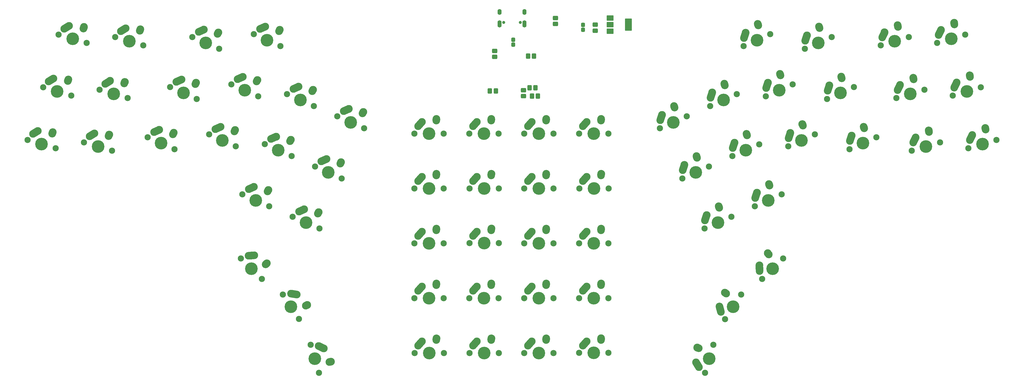
<source format=gbr>
%TF.GenerationSoftware,KiCad,Pcbnew,(5.99.0-9650-gad505e29c0)*%
%TF.CreationDate,2021-03-24T14:31:16-04:00*%
%TF.ProjectId,Hangulator,48616e67-756c-4617-946f-722e6b696361,rev?*%
%TF.SameCoordinates,Original*%
%TF.FileFunction,Soldermask,Bot*%
%TF.FilePolarity,Negative*%
%FSLAX46Y46*%
G04 Gerber Fmt 4.6, Leading zero omitted, Abs format (unit mm)*
G04 Created by KiCad (PCBNEW (5.99.0-9650-gad505e29c0)) date 2021-03-24 14:31:16*
%MOMM*%
%LPD*%
G01*
G04 APERTURE LIST*
G04 Aperture macros list*
%AMRoundRect*
0 Rectangle with rounded corners*
0 $1 Rounding radius*
0 $2 $3 $4 $5 $6 $7 $8 $9 X,Y pos of 4 corners*
0 Add a 4 corners polygon primitive as box body*
4,1,4,$2,$3,$4,$5,$6,$7,$8,$9,$2,$3,0*
0 Add four circle primitives for the rounded corners*
1,1,$1+$1,$2,$3*
1,1,$1+$1,$4,$5*
1,1,$1+$1,$6,$7*
1,1,$1+$1,$8,$9*
0 Add four rect primitives between the rounded corners*
20,1,$1+$1,$2,$3,$4,$5,0*
20,1,$1+$1,$4,$5,$6,$7,0*
20,1,$1+$1,$6,$7,$8,$9,0*
20,1,$1+$1,$8,$9,$2,$3,0*%
%AMHorizOval*
0 Thick line with rounded ends*
0 $1 width*
0 $2 $3 position (X,Y) of the first rounded end (center of the circle)*
0 $4 $5 position (X,Y) of the second rounded end (center of the circle)*
0 Add line between two ends*
20,1,$1,$2,$3,$4,$5,0*
0 Add two circle primitives to create the rounded ends*
1,1,$1,$2,$3*
1,1,$1,$4,$5*%
G04 Aperture macros list end*
%ADD10C,2.150000*%
%ADD11C,2.650000*%
%ADD12C,4.387800*%
%ADD13HorizOval,2.650000X0.655001X0.730000X-0.655001X-0.730000X0*%
%ADD14HorizOval,2.650000X0.020000X0.290000X-0.020000X-0.290000X0*%
%ADD15HorizOval,2.650000X0.420851X0.885895X-0.420851X-0.885895X0*%
%ADD16HorizOval,2.650000X-0.063138X0.283749X0.063138X-0.283749X0*%
%ADD17HorizOval,2.650000X0.301618X0.933248X-0.301618X-0.933248X0*%
%ADD18HorizOval,2.650000X-0.099635X0.273080X0.099635X-0.273080X0*%
%ADD19HorizOval,2.650000X-0.035933X0.980120X0.035933X-0.980120X0*%
%ADD20HorizOval,2.650000X-0.187064X0.222502X0.187064X-0.222502X0*%
%ADD21HorizOval,2.650000X-0.256647X0.946603X0.256647X-0.946603X0*%
%ADD22HorizOval,2.650000X-0.232535X0.174435X0.232535X-0.174435X0*%
%ADD23HorizOval,2.650000X-0.513616X0.835538X0.513616X-0.835538X0*%
%ADD24HorizOval,2.650000X-0.272342X0.101636X0.272342X-0.101636X0*%
%ADD25HorizOval,2.650000X0.886115X-0.420387X-0.886115X0.420387X0*%
%ADD26HorizOval,2.650000X0.283716X0.063287X-0.283716X-0.063287X0*%
%ADD27HorizOval,2.650000X0.895221X0.400632X-0.895221X-0.400632X0*%
%ADD28HorizOval,2.650000X0.136180X0.256817X-0.136180X-0.256817X0*%
%ADD29HorizOval,2.650000X0.968782X-0.152927X-0.968782X0.152927X0*%
%ADD30HorizOval,2.650000X0.254280X0.140861X-0.254280X-0.140861X0*%
%ADD31HorizOval,2.650000X0.978268X0.070116X-0.978268X-0.070116X0*%
%ADD32HorizOval,2.650000X0.215838X0.194715X-0.215838X-0.194715X0*%
%ADD33HorizOval,2.650000X0.835269X0.514054X-0.835269X-0.514054X0*%
%ADD34HorizOval,2.650000X0.101493X0.272395X-0.101493X-0.272395X0*%
%ADD35C,1.050000*%
%ADD36O,1.400000X2.000000*%
%ADD37O,1.400000X2.500000*%
%ADD38RoundRect,0.335106X-0.589894X0.452394X-0.589894X-0.452394X0.589894X-0.452394X0.589894X0.452394X0*%
%ADD39RoundRect,0.335106X0.452394X0.589894X-0.452394X0.589894X-0.452394X-0.589894X0.452394X-0.589894X0*%
%ADD40RoundRect,0.337500X0.337500X-0.400000X0.337500X0.400000X-0.337500X0.400000X-0.337500X-0.400000X0*%
%ADD41RoundRect,0.335106X-0.452394X-0.589894X0.452394X-0.589894X0.452394X0.589894X-0.452394X0.589894X0*%
%ADD42RoundRect,0.200000X-1.000000X-0.750000X1.000000X-0.750000X1.000000X0.750000X-1.000000X0.750000X0*%
%ADD43RoundRect,0.200000X-1.000000X-1.900000X1.000000X-1.900000X1.000000X1.900000X-1.000000X1.900000X0*%
%ADD44RoundRect,0.335106X0.589894X-0.452394X0.589894X0.452394X-0.589894X0.452394X-0.589894X-0.452394X0*%
G04 APERTURE END LIST*
D10*
%TO.C,MX62*%
X325480000Y-270990000D03*
X315320000Y-270990000D03*
D11*
X317900000Y-266990000D03*
D12*
X320400000Y-270990000D03*
D13*
X317245001Y-267720000D03*
D11*
X322940000Y-265910000D03*
D14*
X322920000Y-266200000D03*
%TD*%
D10*
%TO.C,MX61*%
X325480000Y-251950000D03*
X315320000Y-251950000D03*
D11*
X317900000Y-247950000D03*
D12*
X320400000Y-251950000D03*
D13*
X317245001Y-248680000D03*
D11*
X322940000Y-246870000D03*
D14*
X322920000Y-247160000D03*
%TD*%
D10*
%TO.C,MX60*%
X325490000Y-232900000D03*
X315330000Y-232900000D03*
D11*
X317910000Y-228900000D03*
D12*
X320410000Y-232900000D03*
D13*
X317255001Y-229630000D03*
D11*
X322950000Y-227820000D03*
D14*
X322930000Y-228110000D03*
%TD*%
D10*
%TO.C,MX59*%
X325500000Y-213850000D03*
X315340000Y-213850000D03*
D11*
X317920000Y-209850000D03*
D12*
X320420000Y-213850000D03*
D13*
X317265001Y-210580000D03*
D11*
X322960000Y-208770000D03*
D14*
X322940000Y-209060000D03*
%TD*%
D10*
%TO.C,MX58*%
X325490000Y-194800000D03*
X315330000Y-194800000D03*
D11*
X317910000Y-190800000D03*
D12*
X320410000Y-194800000D03*
D13*
X317255001Y-191530000D03*
D11*
X322950000Y-189720000D03*
D14*
X322930000Y-190010000D03*
%TD*%
D10*
%TO.C,MX57*%
X306440000Y-271000000D03*
X296280000Y-271000000D03*
D11*
X298860000Y-267000000D03*
D12*
X301360000Y-271000000D03*
D13*
X298205001Y-267730000D03*
D11*
X303900000Y-265920000D03*
D14*
X303880000Y-266210000D03*
%TD*%
D10*
%TO.C,MX56*%
X306440000Y-251950000D03*
X296280000Y-251950000D03*
D11*
X298860000Y-247950000D03*
D12*
X301360000Y-251950000D03*
D13*
X298205001Y-248680000D03*
D11*
X303900000Y-246870000D03*
D14*
X303880000Y-247160000D03*
%TD*%
D10*
%TO.C,MX55*%
X306440000Y-232900000D03*
X296280000Y-232900000D03*
D11*
X298860000Y-228900000D03*
D12*
X301360000Y-232900000D03*
D13*
X298205001Y-229630000D03*
D11*
X303900000Y-227820000D03*
D14*
X303880000Y-228110000D03*
%TD*%
D10*
%TO.C,MX54*%
X306440000Y-213850000D03*
X296280000Y-213850000D03*
D11*
X298860000Y-209850000D03*
D12*
X301360000Y-213850000D03*
D13*
X298205001Y-210580000D03*
D11*
X303900000Y-208770000D03*
D14*
X303880000Y-209060000D03*
%TD*%
D10*
%TO.C,MX53*%
X306430000Y-194800000D03*
X296270000Y-194800000D03*
D11*
X298850000Y-190800000D03*
D12*
X301350000Y-194800000D03*
D13*
X298195001Y-191530000D03*
D11*
X303890000Y-189720000D03*
D14*
X303870000Y-190010000D03*
%TD*%
D10*
%TO.C,MX52*%
X287400000Y-271000000D03*
X277240000Y-271000000D03*
D11*
X279820000Y-267000000D03*
D12*
X282320000Y-271000000D03*
D13*
X279165001Y-267730000D03*
D11*
X284860000Y-265920000D03*
D14*
X284840000Y-266210000D03*
%TD*%
D10*
%TO.C,MX51*%
X287390000Y-251950000D03*
X277230000Y-251950000D03*
D11*
X279810000Y-247950000D03*
D12*
X282310000Y-251950000D03*
D13*
X279155001Y-248680000D03*
D11*
X284850000Y-246870000D03*
D14*
X284830000Y-247160000D03*
%TD*%
D10*
%TO.C,MX50*%
X287400000Y-232890000D03*
X277240000Y-232890000D03*
D11*
X279820000Y-228890000D03*
D12*
X282320000Y-232890000D03*
D13*
X279165001Y-229620000D03*
D11*
X284860000Y-227810000D03*
D14*
X284840000Y-228100000D03*
%TD*%
D10*
%TO.C,MX49*%
X287400000Y-213850000D03*
X277240000Y-213850000D03*
D11*
X279820000Y-209850000D03*
D12*
X282320000Y-213850000D03*
D13*
X279165001Y-210580000D03*
D11*
X284860000Y-208770000D03*
D14*
X284840000Y-209060000D03*
%TD*%
D10*
%TO.C,MX48*%
X287390000Y-194800000D03*
X277230000Y-194800000D03*
D11*
X279810000Y-190800000D03*
D12*
X282310000Y-194800000D03*
D13*
X279155001Y-191530000D03*
D11*
X284850000Y-189720000D03*
D14*
X284830000Y-190010000D03*
%TD*%
D10*
%TO.C,MX47*%
X268350000Y-271000000D03*
X258190000Y-271000000D03*
D11*
X260770000Y-267000000D03*
D12*
X263270000Y-271000000D03*
D13*
X260115001Y-267730000D03*
D11*
X265810000Y-265920000D03*
D14*
X265790000Y-266210000D03*
%TD*%
D10*
%TO.C,MX46*%
X268340000Y-251950000D03*
X258180000Y-251950000D03*
D11*
X260760000Y-247950000D03*
D12*
X263260000Y-251950000D03*
D13*
X260105001Y-248680000D03*
D11*
X265800000Y-246870000D03*
D14*
X265780000Y-247160000D03*
%TD*%
D10*
%TO.C,MX45*%
X268340000Y-232910000D03*
X258180000Y-232910000D03*
D11*
X260760000Y-228910000D03*
D12*
X263260000Y-232910000D03*
D13*
X260105001Y-229640000D03*
D11*
X265800000Y-227830000D03*
D14*
X265780000Y-228120000D03*
%TD*%
D10*
%TO.C,MX44*%
X268340000Y-213850000D03*
X258180000Y-213850000D03*
D11*
X260760000Y-209850000D03*
D12*
X263260000Y-213850000D03*
D13*
X260105001Y-210580000D03*
D11*
X265800000Y-208770000D03*
D14*
X265780000Y-209060000D03*
%TD*%
D10*
%TO.C,MX43*%
X268340000Y-194800000D03*
X258180000Y-194800000D03*
D11*
X260760000Y-190800000D03*
D12*
X263260000Y-194800000D03*
D13*
X260105001Y-191530000D03*
D11*
X265800000Y-189720000D03*
D14*
X265780000Y-190010000D03*
%TD*%
D10*
%TO.C,MX42*%
X460091056Y-197028052D03*
X450348944Y-199911948D03*
D11*
X451687435Y-195344143D03*
D12*
X455220000Y-198470000D03*
D15*
X451266585Y-196230038D03*
D11*
X456213580Y-192877970D03*
D16*
X456276719Y-193161719D03*
%TD*%
D10*
%TO.C,MX41*%
X454681056Y-178758052D03*
X444938944Y-181641948D03*
D11*
X446277435Y-177074143D03*
D12*
X449810000Y-180200000D03*
D15*
X445856585Y-177960038D03*
D11*
X450803580Y-174607970D03*
D16*
X450866719Y-174891719D03*
%TD*%
D10*
%TO.C,MX40*%
X449271056Y-160498052D03*
X439528944Y-163381948D03*
D11*
X440867435Y-158814143D03*
D12*
X444400000Y-161940000D03*
D15*
X440446585Y-159700038D03*
D11*
X445393580Y-156347970D03*
D16*
X445456719Y-156631719D03*
%TD*%
D10*
%TO.C,MX39*%
X440471056Y-197858052D03*
X430728944Y-200741948D03*
D11*
X432067435Y-196174143D03*
D12*
X435600000Y-199300000D03*
D15*
X431646585Y-197060038D03*
D11*
X436593580Y-193707970D03*
D16*
X436656719Y-193991719D03*
%TD*%
D10*
%TO.C,MX38*%
X435061056Y-179598052D03*
X425318944Y-182481948D03*
D11*
X426657435Y-177914143D03*
D12*
X430190000Y-181040000D03*
D15*
X426236585Y-178800038D03*
D11*
X431183580Y-175447970D03*
D16*
X431246719Y-175731719D03*
%TD*%
D10*
%TO.C,MX37*%
X429651056Y-161338052D03*
X419908944Y-164221948D03*
D11*
X421247435Y-159654143D03*
D12*
X424780000Y-162780000D03*
D15*
X420826585Y-160540038D03*
D11*
X425773580Y-157187970D03*
D16*
X425836719Y-157471719D03*
%TD*%
D10*
%TO.C,MX36*%
X418391171Y-196084588D03*
X409108829Y-200215412D03*
D11*
X409839650Y-195511977D03*
D12*
X413750000Y-198150000D03*
D17*
X409538033Y-196445225D03*
D11*
X414005174Y-192476122D03*
D18*
X414104809Y-192749203D03*
%TD*%
D10*
%TO.C,MX35*%
X410631171Y-178674588D03*
X401348829Y-182805412D03*
D11*
X402079650Y-178101977D03*
D12*
X405990000Y-180740000D03*
D17*
X401778033Y-179035225D03*
D11*
X406245174Y-175066122D03*
D18*
X406344809Y-175339203D03*
%TD*%
D10*
%TO.C,MX34*%
X402901171Y-161274588D03*
X393618829Y-165405412D03*
D11*
X394349650Y-160701977D03*
D12*
X398260000Y-163340000D03*
D17*
X394048033Y-161635225D03*
D11*
X398515174Y-157666122D03*
D18*
X398614809Y-157939203D03*
%TD*%
D10*
%TO.C,MX33*%
X386074246Y-238211135D03*
X378765754Y-245268865D03*
D11*
X377843017Y-240599287D03*
D12*
X382420000Y-241740000D03*
D19*
X377878950Y-241579405D03*
D11*
X380718259Y-236321322D03*
D20*
X380905323Y-236543823D03*
%TD*%
D10*
%TO.C,MX32*%
X397101171Y-195124588D03*
X387818829Y-199255412D03*
D11*
X388549650Y-194551977D03*
D12*
X392460000Y-197190000D03*
D17*
X388248033Y-195485225D03*
D11*
X392715174Y-191516122D03*
D18*
X392814809Y-191789203D03*
%TD*%
D10*
%TO.C,MX31*%
X389361171Y-177724588D03*
X380078829Y-181855412D03*
D11*
X380809650Y-177151977D03*
D12*
X384720000Y-179790000D03*
D17*
X380508033Y-178085225D03*
D11*
X384975174Y-174116122D03*
D18*
X385074809Y-174389203D03*
%TD*%
D10*
%TO.C,MX30*%
X381621171Y-160324588D03*
X372338829Y-164455412D03*
D11*
X373069650Y-159751977D03*
D12*
X376980000Y-162390000D03*
D17*
X372768033Y-160685225D03*
D11*
X377235174Y-156716122D03*
D18*
X377334809Y-156989203D03*
%TD*%
D10*
%TO.C,MX29*%
X371471559Y-250706176D03*
X365948441Y-259233824D03*
D11*
X363993624Y-254893882D03*
D12*
X368710000Y-254970000D03*
D21*
X364250272Y-255840485D03*
D11*
X365826956Y-250076529D03*
D22*
X366059491Y-250250964D03*
%TD*%
D10*
%TO.C,MX28*%
X385521171Y-215934588D03*
X376238829Y-220065412D03*
D11*
X376969650Y-215361977D03*
D12*
X380880000Y-218000000D03*
D17*
X376668033Y-216295225D03*
D11*
X381135174Y-212326122D03*
D18*
X381234809Y-212599203D03*
%TD*%
D10*
%TO.C,MX27*%
X377771171Y-198524588D03*
X368488829Y-202655412D03*
D11*
X369219650Y-197951977D03*
D12*
X373130000Y-200590000D03*
D17*
X368918033Y-198885225D03*
D11*
X373385174Y-194916122D03*
D18*
X373484809Y-195189203D03*
%TD*%
D10*
%TO.C,MX26*%
X370011171Y-181114588D03*
X360728829Y-185245412D03*
D11*
X361459650Y-180541977D03*
D12*
X365370000Y-183180000D03*
D17*
X361158033Y-181475225D03*
D11*
X365625174Y-177506122D03*
D18*
X365724809Y-177779203D03*
%TD*%
D10*
%TO.C,MX25*%
X361854498Y-268129700D03*
X358965502Y-277870300D03*
D11*
X355864243Y-274259401D03*
D12*
X360410000Y-273000000D03*
D23*
X356377860Y-275094938D03*
D11*
X356261949Y-269120352D03*
D24*
X356534291Y-269221988D03*
%TD*%
D10*
%TO.C,MX24*%
X368101171Y-223674588D03*
X358818829Y-227805412D03*
D11*
X359549650Y-223101977D03*
D12*
X363460000Y-225740000D03*
D17*
X359248033Y-224035225D03*
D11*
X363715174Y-220066122D03*
D18*
X363814809Y-220339203D03*
%TD*%
D10*
%TO.C,MX23*%
X360361171Y-206264588D03*
X351078829Y-210395412D03*
D11*
X351809650Y-205691977D03*
D12*
X355720000Y-208330000D03*
D17*
X351508033Y-206625225D03*
D11*
X355975174Y-202656122D03*
D18*
X356074809Y-202929203D03*
%TD*%
D10*
%TO.C,MX22*%
X352621171Y-188864588D03*
X343338829Y-192995412D03*
D11*
X344069650Y-188291977D03*
D12*
X347980000Y-190930000D03*
D17*
X343768033Y-189225225D03*
D11*
X348235174Y-185256122D03*
D18*
X348334809Y-185529203D03*
%TD*%
D10*
%TO.C,MX21*%
X225034498Y-277870300D03*
X222145502Y-268129700D03*
D11*
X226714007Y-269465799D03*
D12*
X223590000Y-273000000D03*
D25*
X225827892Y-269045413D03*
D11*
X229182549Y-273990652D03*
D26*
X228898833Y-274053939D03*
%TD*%
D10*
%TO.C,MX20*%
X225181171Y-227805412D03*
X215898829Y-223674588D03*
D11*
X219882268Y-221069091D03*
D12*
X220540000Y-225740000D03*
D27*
X218987048Y-221469723D03*
D11*
X224925998Y-222131535D03*
D28*
X224789818Y-222388352D03*
%TD*%
D10*
%TO.C,MX19*%
X232931171Y-210395412D03*
X223648829Y-206264588D03*
D11*
X227632268Y-203659091D03*
D12*
X228290000Y-208330000D03*
D27*
X226737048Y-204059723D03*
D11*
X232675998Y-204721535D03*
D28*
X232539818Y-204978352D03*
%TD*%
D10*
%TO.C,MX18*%
X240671171Y-192995412D03*
X231388829Y-188864588D03*
D11*
X235372268Y-186259091D03*
D12*
X236030000Y-190930000D03*
D27*
X234477048Y-186659723D03*
D11*
X240415998Y-187321535D03*
D28*
X240279818Y-187578352D03*
%TD*%
D10*
%TO.C,MX17*%
X218051559Y-259223824D03*
X212528441Y-250696176D03*
D11*
X217288306Y-250687206D03*
D12*
X215290000Y-254960000D03*
D29*
X216319524Y-250534280D03*
D11*
X220934603Y-254330353D03*
D30*
X220680324Y-254471214D03*
%TD*%
D10*
%TO.C,MX16*%
X207761171Y-220065412D03*
X198478829Y-215934588D03*
D11*
X202462268Y-213329091D03*
D12*
X203120000Y-218000000D03*
D27*
X201567048Y-213729723D03*
D11*
X207505998Y-214391535D03*
D28*
X207369818Y-214648352D03*
%TD*%
D10*
%TO.C,MX15*%
X215511171Y-202645412D03*
X206228829Y-198514588D03*
D11*
X210212268Y-195909091D03*
D12*
X210870000Y-200580000D03*
D27*
X209317048Y-196309723D03*
D11*
X215255998Y-196971535D03*
D28*
X215119818Y-197228352D03*
%TD*%
D10*
%TO.C,MX14*%
X223251171Y-185245412D03*
X213968829Y-181114588D03*
D11*
X217952268Y-178509091D03*
D12*
X218610000Y-183180000D03*
D27*
X217057048Y-178909723D03*
D11*
X222995998Y-179571535D03*
D28*
X222859818Y-179828352D03*
%TD*%
D10*
%TO.C,MX13*%
X205234246Y-245258865D03*
X197925754Y-238201135D03*
D11*
X202560284Y-237115995D03*
D12*
X201580000Y-241730000D03*
D31*
X201582016Y-237186113D03*
D11*
X206935988Y-239840186D03*
D32*
X206720150Y-240034902D03*
%TD*%
D10*
%TO.C,MX12*%
X196181171Y-199245412D03*
X186898829Y-195114588D03*
D11*
X190882268Y-192509091D03*
D12*
X191540000Y-197180000D03*
D27*
X189987048Y-192909723D03*
D11*
X195925998Y-193571535D03*
D28*
X195789818Y-193828352D03*
%TD*%
D10*
%TO.C,MX11*%
X203921171Y-181855412D03*
X194638829Y-177724588D03*
D11*
X198622268Y-175119091D03*
D12*
X199280000Y-179790000D03*
D27*
X197727048Y-175519723D03*
D11*
X203665998Y-176181535D03*
D28*
X203529818Y-176438352D03*
%TD*%
D10*
%TO.C,MX10*%
X211671171Y-164445412D03*
X202388829Y-160314588D03*
D11*
X206372268Y-157709091D03*
D12*
X207030000Y-162380000D03*
D27*
X205477048Y-158109723D03*
D11*
X211415998Y-158771535D03*
D28*
X211279818Y-159028352D03*
%TD*%
D10*
%TO.C,MX9*%
X174911171Y-200215412D03*
X165628829Y-196084588D03*
D11*
X169612268Y-193479091D03*
D12*
X170270000Y-198150000D03*
D27*
X168717048Y-193879723D03*
D11*
X174655998Y-194541535D03*
D28*
X174519818Y-194798352D03*
%TD*%
D10*
%TO.C,MX8*%
X182651171Y-182805412D03*
X173368829Y-178674588D03*
D11*
X177352268Y-176069091D03*
D12*
X178010000Y-180740000D03*
D27*
X176457048Y-176469723D03*
D11*
X182395998Y-177131535D03*
D28*
X182259818Y-177388352D03*
%TD*%
D10*
%TO.C,MX7*%
X190391171Y-165405412D03*
X181108829Y-161274588D03*
D11*
X185092268Y-158669091D03*
D12*
X185750000Y-163340000D03*
D27*
X184197048Y-159069723D03*
D11*
X190135998Y-159731535D03*
D28*
X189999818Y-159988352D03*
%TD*%
D10*
%TO.C,MX6*%
X153271056Y-200751948D03*
X143528944Y-197868052D03*
D11*
X147138219Y-194764903D03*
D12*
X148400000Y-199310000D03*
D33*
X146302951Y-195278957D03*
D11*
X152277476Y-195159918D03*
D34*
X152175982Y-195432313D03*
%TD*%
D10*
%TO.C,MX5*%
X158681056Y-182491948D03*
X148938944Y-179608052D03*
D11*
X152548219Y-176504903D03*
D12*
X153810000Y-181050000D03*
D33*
X151712951Y-177018957D03*
D11*
X157687476Y-176899918D03*
D34*
X157585982Y-177172313D03*
%TD*%
D10*
%TO.C,MX4*%
X164091056Y-164211948D03*
X154348944Y-161328052D03*
D11*
X157958219Y-158224903D03*
D12*
X159220000Y-162770000D03*
D33*
X157122951Y-158738957D03*
D11*
X163097476Y-158619918D03*
D34*
X162995982Y-158892313D03*
%TD*%
D10*
%TO.C,MX3*%
X133651056Y-199911948D03*
X123908944Y-197028052D03*
D11*
X127518219Y-193924903D03*
D12*
X128780000Y-198470000D03*
D33*
X126682951Y-194438957D03*
D11*
X132657476Y-194319918D03*
D34*
X132555982Y-194592313D03*
%TD*%
D10*
%TO.C,MX2*%
X139061056Y-181651948D03*
X129318944Y-178768052D03*
D11*
X132928219Y-175664903D03*
D12*
X134190000Y-180210000D03*
D33*
X132092951Y-176178957D03*
D11*
X138067476Y-176059918D03*
D34*
X137965982Y-176332313D03*
%TD*%
D10*
%TO.C,MX1*%
X144471056Y-163371948D03*
X134728944Y-160488052D03*
D11*
X138338219Y-157384903D03*
D12*
X139600000Y-161930000D03*
D33*
X137502951Y-157898957D03*
D11*
X143477476Y-157779918D03*
D34*
X143375982Y-158052313D03*
%TD*%
D35*
%TO.C,USB1*%
X294890000Y-156250000D03*
X289110000Y-156250000D03*
D36*
X296320000Y-152600000D03*
X287680000Y-152600000D03*
D37*
X287680000Y-156780000D03*
X296320000Y-156780000D03*
%TD*%
D38*
%TO.C,C2*%
X320900000Y-157012500D03*
X320900000Y-159087500D03*
%TD*%
%TO.C,C1*%
X307075000Y-154687500D03*
X307075000Y-156762500D03*
%TD*%
D39*
%TO.C,C8*%
X300987500Y-181800000D03*
X298912500Y-181800000D03*
%TD*%
D40*
%TO.C,C10*%
X316625000Y-158762500D03*
X316625000Y-157037500D03*
%TD*%
D41*
%TO.C,C4*%
X297587500Y-167950000D03*
X299662500Y-167950000D03*
%TD*%
D42*
%TO.C,U1*%
X326075000Y-159300000D03*
D43*
X332375000Y-157000000D03*
D42*
X326075000Y-157000000D03*
X326075000Y-154700000D03*
%TD*%
D41*
%TO.C,C5*%
X298087500Y-178925000D03*
X300162500Y-178925000D03*
%TD*%
D44*
%TO.C,C3*%
X286000000Y-168187500D03*
X286000000Y-166112500D03*
%TD*%
D39*
%TO.C,C6*%
X286387500Y-180025000D03*
X284312500Y-180025000D03*
%TD*%
D38*
%TO.C,C7*%
X296000000Y-179737500D03*
X296000000Y-181812500D03*
%TD*%
D40*
%TO.C,C9*%
X292450000Y-163937500D03*
X292450000Y-162212500D03*
%TD*%
M02*

</source>
